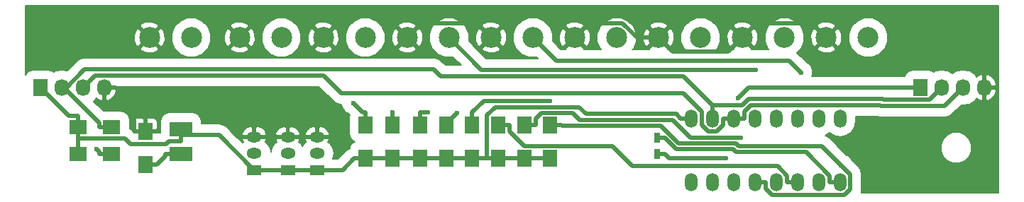
<source format=gbr>
G04 #@! TF.FileFunction,Copper,L1,Top,Signal*
%FSLAX46Y46*%
G04 Gerber Fmt 4.6, Leading zero omitted, Abs format (unit mm)*
G04 Created by KiCad (PCBNEW 4.0.4-stable) date 04/04/17 13:48:34*
%MOMM*%
%LPD*%
G01*
G04 APERTURE LIST*
%ADD10C,0.100000*%
%ADD11O,1.501140X2.199640*%
%ADD12R,1.800000X1.300000*%
%ADD13O,1.800000X1.300000*%
%ADD14R,2.000000X1.700000*%
%ADD15R,1.700000X2.000000*%
%ADD16R,1.727200X2.032000*%
%ADD17O,1.727200X2.032000*%
%ADD18C,2.500000*%
%ADD19R,0.750000X1.200000*%
%ADD20R,2.697480X1.795780*%
%ADD21C,0.600000*%
%ADD22C,0.500000*%
%ADD23C,0.200000*%
G04 APERTURE END LIST*
D10*
D11*
X162110000Y-74810000D03*
X164650000Y-74810000D03*
X167190000Y-74810000D03*
X169730000Y-74810000D03*
X172270000Y-74810000D03*
X174810000Y-74810000D03*
X177350000Y-74810000D03*
X179890000Y-74810000D03*
X179890000Y-67190000D03*
X177350000Y-67190000D03*
X174810000Y-67190000D03*
X172270000Y-67190000D03*
X169730000Y-67190000D03*
X167190000Y-67190000D03*
X164650000Y-67190000D03*
X162110000Y-67190000D03*
D12*
X110000000Y-73400000D03*
D13*
X110000000Y-71400000D03*
X110000000Y-69400000D03*
D12*
X117500000Y-73400000D03*
D13*
X117500000Y-71400000D03*
X117500000Y-69400000D03*
D12*
X114000000Y-73400000D03*
D13*
X114000000Y-71400000D03*
X114000000Y-69400000D03*
D14*
X89000000Y-68250000D03*
X93000000Y-68250000D03*
X89000000Y-71500000D03*
X93000000Y-71500000D03*
D15*
X123300000Y-68000000D03*
X123300000Y-72000000D03*
X126500000Y-68000000D03*
X126500000Y-72000000D03*
X129800000Y-68000000D03*
X129800000Y-72000000D03*
X132900000Y-68000000D03*
X132900000Y-72000000D03*
X136000000Y-68000000D03*
X136000000Y-72000000D03*
X139100000Y-68000000D03*
X139100000Y-72000000D03*
X142200000Y-68000000D03*
X142200000Y-72000000D03*
X145300000Y-68000000D03*
X145300000Y-72000000D03*
D16*
X189500000Y-63500000D03*
D17*
X192040000Y-63500000D03*
X194580000Y-63500000D03*
X197120000Y-63500000D03*
D16*
X84500000Y-63500000D03*
D17*
X87040000Y-63500000D03*
X89580000Y-63500000D03*
X92120000Y-63500000D03*
D18*
X108250000Y-57500000D03*
X113250000Y-57500000D03*
X118250000Y-57500000D03*
X123250000Y-57500000D03*
X128250000Y-57500000D03*
X133250000Y-57500000D03*
X138250000Y-57500000D03*
X143250000Y-57500000D03*
X148250000Y-57500000D03*
X153250000Y-57500000D03*
X158250000Y-57500000D03*
X163250000Y-57500000D03*
X168250000Y-57500000D03*
X173250000Y-57500000D03*
X183250000Y-57500000D03*
X178250000Y-57500000D03*
D19*
X158100000Y-71450000D03*
X158100000Y-69550000D03*
D18*
X102500000Y-57500000D03*
X97500000Y-57500000D03*
D20*
X101250000Y-71498600D03*
X101250000Y-68501400D03*
D15*
X97000000Y-72750000D03*
X97000000Y-68750000D03*
D21*
X167678500Y-64799600D03*
X166287400Y-71945000D03*
X91151300Y-70827700D03*
X180036800Y-72830000D03*
X168043000Y-69501000D03*
X145252000Y-65066400D03*
X175226800Y-61686300D03*
X134223600Y-66526400D03*
X130692100Y-66432900D03*
X169860600Y-61351300D03*
X126500000Y-66480500D03*
X121804300Y-65351900D03*
D22*
X179890000Y-74810000D02*
X178639400Y-74810000D01*
X117500000Y-69400000D02*
X114000000Y-69400000D01*
X114000000Y-69400000D02*
X110000000Y-69400000D01*
X158100000Y-69550000D02*
X158975000Y-69550000D01*
X95650000Y-65666400D02*
X95650000Y-68750000D01*
X93483600Y-63500000D02*
X95650000Y-65666400D01*
X92120000Y-63500000D02*
X93483600Y-63500000D01*
X97000000Y-68750000D02*
X95650000Y-68750000D01*
X160317900Y-70892900D02*
X158975000Y-69550000D01*
X167142600Y-70892900D02*
X160317900Y-70892900D01*
X167480800Y-71231100D02*
X167142600Y-70892900D01*
X175819600Y-71231100D02*
X167480800Y-71231100D01*
X178639400Y-74050900D02*
X175819600Y-71231100D01*
X178639400Y-74810000D02*
X178639400Y-74050900D01*
X176547100Y-55797100D02*
X178250000Y-57500000D01*
X169952900Y-55797100D02*
X176547100Y-55797100D01*
X168250000Y-57500000D02*
X169952900Y-55797100D01*
X166549700Y-59200300D02*
X168250000Y-57500000D01*
X159950300Y-59200300D02*
X166549700Y-59200300D01*
X158250000Y-57500000D02*
X159950300Y-59200300D01*
X149950300Y-55799700D02*
X148250000Y-57500000D01*
X153954400Y-55799700D02*
X149950300Y-55799700D01*
X155654600Y-57499900D02*
X153954400Y-55799700D01*
X155654600Y-57500000D02*
X155654600Y-57499900D01*
X158250000Y-57500000D02*
X155654600Y-57500000D01*
X136549600Y-55799600D02*
X138250000Y-57500000D01*
X129950400Y-55799600D02*
X136549600Y-55799600D01*
X128250000Y-57500000D02*
X129950400Y-55799600D01*
X94562900Y-69600000D02*
X89000000Y-69600000D01*
X95250300Y-70287400D02*
X94562900Y-69600000D01*
X99464000Y-70287400D02*
X95250300Y-70287400D01*
X99852100Y-69899300D02*
X99464000Y-70287400D01*
X101250000Y-69899300D02*
X99852100Y-69899300D01*
X89000000Y-68250000D02*
X89000000Y-69600000D01*
X87900000Y-66900000D02*
X89000000Y-66900000D01*
X84500000Y-63500000D02*
X87900000Y-66900000D01*
X89000000Y-68250000D02*
X89000000Y-66900000D01*
X142200000Y-72000000D02*
X139100000Y-72000000D01*
X136000000Y-72000000D02*
X132900000Y-72000000D01*
X132900000Y-72000000D02*
X129800000Y-72000000D01*
X129800000Y-72000000D02*
X126500000Y-72000000D01*
X117500000Y-73400000D02*
X118900000Y-73400000D01*
X126500000Y-72000000D02*
X123300000Y-72000000D01*
X120550000Y-73400000D02*
X118900000Y-73400000D01*
X121950000Y-72000000D02*
X120550000Y-73400000D01*
X123300000Y-72000000D02*
X121950000Y-72000000D01*
X89000000Y-71500000D02*
X89000000Y-69600000D01*
X101250000Y-68501400D02*
X101250000Y-69200300D01*
X101250000Y-69200300D02*
X101250000Y-69899300D01*
X105800300Y-69200300D02*
X110000000Y-73400000D01*
X101250000Y-69200300D02*
X105800300Y-69200300D01*
X110000000Y-73400000D02*
X111400000Y-73400000D01*
X162110000Y-67190000D02*
X160859400Y-67190000D01*
X139100000Y-72000000D02*
X137779000Y-72000000D01*
X137779000Y-72000000D02*
X136000000Y-72000000D01*
X111400000Y-73400000D02*
X114000000Y-73400000D01*
X114000000Y-73400000D02*
X117500000Y-73400000D01*
X142200000Y-72000000D02*
X145300000Y-72000000D01*
X189500000Y-63500000D02*
X188136400Y-63500000D01*
X160341700Y-66672300D02*
X160859400Y-67190000D01*
X149592200Y-66672300D02*
X160341700Y-66672300D01*
X148758200Y-65838300D02*
X149592200Y-66672300D01*
X138771200Y-65838300D02*
X148758200Y-65838300D01*
X137779000Y-66830500D02*
X138771200Y-65838300D01*
X137779000Y-72000000D02*
X137779000Y-66830500D01*
X159470000Y-71945000D02*
X158975000Y-71450000D01*
X166287400Y-71945000D02*
X159470000Y-71945000D01*
X158100000Y-71450000D02*
X158975000Y-71450000D01*
X168978100Y-63500000D02*
X167678500Y-64799600D01*
X188136400Y-63500000D02*
X168978100Y-63500000D01*
X93000000Y-68250000D02*
X91500000Y-68250000D01*
X164650000Y-67190000D02*
X164650000Y-65590100D01*
X161237900Y-62178000D02*
X164650000Y-65590100D01*
X132276400Y-62178000D02*
X161237900Y-62178000D01*
X131378000Y-61279600D02*
X132276400Y-62178000D01*
X89779300Y-61279600D02*
X131378000Y-61279600D01*
X87427600Y-63631300D02*
X89779300Y-61279600D01*
X87296200Y-63500000D02*
X87427600Y-63631300D01*
X87040000Y-63500000D02*
X87296200Y-63500000D01*
X91500000Y-67703800D02*
X91500000Y-68250000D01*
X87427600Y-63631300D02*
X91500000Y-67703800D01*
X168268400Y-65590100D02*
X164650000Y-65590100D01*
X168974100Y-64884400D02*
X168268400Y-65590100D01*
X185006700Y-64884400D02*
X168974100Y-64884400D01*
X185088700Y-64966400D02*
X185006700Y-64884400D01*
X190573600Y-64966400D02*
X185088700Y-64966400D01*
X192040000Y-63500000D02*
X190573600Y-64966400D01*
X167190000Y-67190000D02*
X168440600Y-67190000D01*
X167190000Y-67190000D02*
X165939400Y-67190000D01*
X91500000Y-71176400D02*
X91500000Y-71500000D01*
X91151300Y-70827700D02*
X91500000Y-71176400D01*
X93000000Y-71500000D02*
X91500000Y-71500000D01*
X165939400Y-67949100D02*
X165939400Y-67190000D01*
X165137900Y-68750600D02*
X165939400Y-67949100D01*
X164147600Y-68750600D02*
X165137900Y-68750600D01*
X163380000Y-67983000D02*
X164147600Y-68750600D01*
X163380000Y-66391400D02*
X163380000Y-67983000D01*
X161181600Y-64193000D02*
X163380000Y-66391400D01*
X120413500Y-64193000D02*
X161181600Y-64193000D01*
X118247800Y-62027300D02*
X120413500Y-64193000D01*
X91052700Y-62027300D02*
X118247800Y-62027300D01*
X89580000Y-63500000D02*
X91052700Y-62027300D01*
X192367000Y-65713000D02*
X194580000Y-63500000D01*
X184732600Y-65713000D02*
X192367000Y-65713000D01*
X184620500Y-65600900D02*
X184732600Y-65713000D01*
X169248100Y-65600900D02*
X184620500Y-65600900D01*
X168440600Y-66408400D02*
X169248100Y-65600900D01*
X168440600Y-67190000D02*
X168440600Y-66408400D01*
X145300000Y-68000000D02*
X146650000Y-68000000D01*
X169730000Y-74810000D02*
X170980600Y-74810000D01*
X181129700Y-73922900D02*
X180036800Y-72830000D01*
X181129700Y-75718900D02*
X181129700Y-73922900D01*
X180460500Y-76388100D02*
X181129700Y-75718900D01*
X171799600Y-76388100D02*
X180460500Y-76388100D01*
X170980600Y-75569100D02*
X171799600Y-76388100D01*
X170980600Y-74810000D02*
X170980600Y-75569100D01*
X146723100Y-68073100D02*
X146650000Y-68000000D01*
X158488600Y-68073100D02*
X146723100Y-68073100D01*
X160608100Y-70192600D02*
X158488600Y-68073100D01*
X167432800Y-70192600D02*
X160608100Y-70192600D01*
X167771000Y-70530800D02*
X167432800Y-70192600D01*
X177737600Y-70530800D02*
X167771000Y-70530800D01*
X180036800Y-72830000D02*
X177737600Y-70530800D01*
X142200000Y-68000000D02*
X143550000Y-68000000D01*
X143550000Y-67240600D02*
X143550000Y-68000000D01*
X144241000Y-66549600D02*
X143550000Y-67240600D01*
X147983800Y-66549600D02*
X144241000Y-66549600D01*
X148806900Y-67372700D02*
X147983800Y-66549600D01*
X159921200Y-67372700D02*
X148806900Y-67372700D01*
X162040800Y-69492300D02*
X159921200Y-67372700D01*
X168034300Y-69492300D02*
X162040800Y-69492300D01*
X168043000Y-69501000D02*
X168034300Y-69492300D01*
X139100000Y-68000000D02*
X140450000Y-68000000D01*
X174810000Y-74810000D02*
X173559400Y-74810000D01*
X173559400Y-74050900D02*
X173559400Y-74810000D01*
X172425800Y-72917300D02*
X173559400Y-74050900D01*
X155117000Y-72917300D02*
X172425800Y-72917300D01*
X152749400Y-70549700D02*
X155117000Y-72917300D01*
X142240300Y-70549700D02*
X152749400Y-70549700D01*
X140450000Y-68759400D02*
X142240300Y-70549700D01*
X140450000Y-68000000D02*
X140450000Y-68759400D01*
X137433600Y-65066400D02*
X145252000Y-65066400D01*
X136000000Y-66500000D02*
X137433600Y-65066400D01*
X136000000Y-68000000D02*
X136000000Y-66500000D01*
X173819700Y-60279200D02*
X175226800Y-61686300D01*
X146029200Y-60279200D02*
X173819700Y-60279200D01*
X143250000Y-57500000D02*
X146029200Y-60279200D01*
X132900000Y-67850000D02*
X134223600Y-66526400D01*
X132900000Y-68000000D02*
X132900000Y-67850000D01*
X129800000Y-68000000D02*
X129800000Y-66500000D01*
X130625000Y-66500000D02*
X130692100Y-66432900D01*
X129800000Y-66500000D02*
X130625000Y-66500000D01*
X137101300Y-61351300D02*
X169860600Y-61351300D01*
X133250000Y-57500000D02*
X137101300Y-61351300D01*
X126500000Y-66480500D02*
X126500000Y-68000000D01*
X122952400Y-66500000D02*
X123300000Y-66500000D01*
X121804300Y-65351900D02*
X122952400Y-66500000D01*
X123300000Y-68000000D02*
X123300000Y-66500000D01*
X99401300Y-71698700D02*
X98350000Y-72750000D01*
X99401300Y-71498600D02*
X99401300Y-71698700D01*
X97000000Y-72750000D02*
X98350000Y-72750000D01*
X101250000Y-71498600D02*
X99401300Y-71498600D01*
D23*
G36*
X198825000Y-76075000D02*
X182408868Y-76075000D01*
X182479700Y-75718900D01*
X182479700Y-73922900D01*
X182376937Y-73406277D01*
X182084294Y-72968306D01*
X181273903Y-72157915D01*
X181224355Y-72038000D01*
X180830872Y-71643830D01*
X180709363Y-71593375D01*
X180204361Y-71088373D01*
X191899679Y-71088373D01*
X192180732Y-71768572D01*
X192700691Y-72289439D01*
X193380398Y-72571679D01*
X194116373Y-72572321D01*
X194796572Y-72291268D01*
X195317439Y-71771309D01*
X195599679Y-71091602D01*
X195600321Y-70355627D01*
X195319268Y-69675428D01*
X194799309Y-69154561D01*
X194119602Y-68872321D01*
X193383627Y-68871679D01*
X192703428Y-69152732D01*
X192182561Y-69672691D01*
X191900321Y-70352398D01*
X191899679Y-71088373D01*
X180204361Y-71088373D01*
X178692194Y-69576206D01*
X178579640Y-69501000D01*
X178254223Y-69283563D01*
X178112943Y-69255461D01*
X178620000Y-68916657D01*
X179181818Y-69292051D01*
X179890000Y-69432917D01*
X180598182Y-69292051D01*
X181198551Y-68890898D01*
X181599704Y-68290529D01*
X181740570Y-67582347D01*
X181740570Y-66950900D01*
X184202003Y-66950900D01*
X184215977Y-66960237D01*
X184732600Y-67063000D01*
X192367000Y-67063000D01*
X192883623Y-66960237D01*
X193321594Y-66667594D01*
X194372923Y-65616265D01*
X194580000Y-65657455D01*
X195331437Y-65507985D01*
X195968475Y-65082330D01*
X196181694Y-64763226D01*
X196256359Y-64843822D01*
X196738951Y-65073811D01*
X196966000Y-64962983D01*
X196966000Y-63654000D01*
X197274000Y-63654000D01*
X197274000Y-64962983D01*
X197501049Y-65073811D01*
X197983641Y-64843822D01*
X198373838Y-64422629D01*
X198573149Y-63884176D01*
X198439516Y-63654000D01*
X197274000Y-63654000D01*
X196966000Y-63654000D01*
X196946000Y-63654000D01*
X196946000Y-63346000D01*
X196966000Y-63346000D01*
X196966000Y-62037017D01*
X197274000Y-62037017D01*
X197274000Y-63346000D01*
X198439516Y-63346000D01*
X198573149Y-63115824D01*
X198373838Y-62577371D01*
X197983641Y-62156178D01*
X197501049Y-61926189D01*
X197274000Y-62037017D01*
X196966000Y-62037017D01*
X196738951Y-61926189D01*
X196256359Y-62156178D01*
X196181694Y-62236774D01*
X195968475Y-61917670D01*
X195331437Y-61492015D01*
X194580000Y-61342545D01*
X193828563Y-61492015D01*
X193310000Y-61838508D01*
X192791437Y-61492015D01*
X192040000Y-61342545D01*
X191288563Y-61492015D01*
X191072014Y-61636708D01*
X190799946Y-61450812D01*
X190363600Y-61362450D01*
X188636400Y-61362450D01*
X188228764Y-61439152D01*
X187854376Y-61680064D01*
X187603212Y-62047654D01*
X187582486Y-62150000D01*
X176550153Y-62150000D01*
X176626557Y-61965999D01*
X176627043Y-61409044D01*
X176414355Y-60894300D01*
X176020872Y-60500130D01*
X175899363Y-60449675D01*
X174774294Y-59324606D01*
X174758850Y-59314287D01*
X175237835Y-58836136D01*
X177131653Y-58836136D01*
X177264774Y-59118048D01*
X177958970Y-59371911D01*
X178697473Y-59340793D01*
X179235226Y-59118048D01*
X179368347Y-58836136D01*
X178250000Y-57717789D01*
X177131653Y-58836136D01*
X175237835Y-58836136D01*
X175241071Y-58832906D01*
X175599591Y-57969495D01*
X175600254Y-57208970D01*
X176378089Y-57208970D01*
X176409207Y-57947473D01*
X176631952Y-58485226D01*
X176913864Y-58618347D01*
X178032211Y-57500000D01*
X178467789Y-57500000D01*
X179586136Y-58618347D01*
X179868048Y-58485226D01*
X180058147Y-57965393D01*
X180899593Y-57965393D01*
X181256605Y-58829429D01*
X181917094Y-59491071D01*
X182780505Y-59849591D01*
X183715393Y-59850407D01*
X184579429Y-59493395D01*
X185241071Y-58832906D01*
X185599591Y-57969495D01*
X185600407Y-57034607D01*
X185243395Y-56170571D01*
X184582906Y-55508929D01*
X183719495Y-55150409D01*
X182784607Y-55149593D01*
X181920571Y-55506605D01*
X181258929Y-56167094D01*
X180900409Y-57030505D01*
X180899593Y-57965393D01*
X180058147Y-57965393D01*
X180121911Y-57791030D01*
X180090793Y-57052527D01*
X179868048Y-56514774D01*
X179586136Y-56381653D01*
X178467789Y-57500000D01*
X178032211Y-57500000D01*
X176913864Y-56381653D01*
X176631952Y-56514774D01*
X176378089Y-57208970D01*
X175600254Y-57208970D01*
X175600407Y-57034607D01*
X175243395Y-56170571D01*
X175236700Y-56163864D01*
X177131653Y-56163864D01*
X178250000Y-57282211D01*
X179368347Y-56163864D01*
X179235226Y-55881952D01*
X178541030Y-55628089D01*
X177802527Y-55659207D01*
X177264774Y-55881952D01*
X177131653Y-56163864D01*
X175236700Y-56163864D01*
X174582906Y-55508929D01*
X173719495Y-55150409D01*
X172784607Y-55149593D01*
X171920571Y-55506605D01*
X171258929Y-56167094D01*
X170900409Y-57030505D01*
X170899593Y-57965393D01*
X171256605Y-58829429D01*
X171356202Y-58929200D01*
X169324401Y-58929200D01*
X169368347Y-58836136D01*
X168250000Y-57717789D01*
X167131653Y-58836136D01*
X167175599Y-58929200D01*
X165144609Y-58929200D01*
X165241071Y-58832906D01*
X165599591Y-57969495D01*
X165600254Y-57208970D01*
X166378089Y-57208970D01*
X166409207Y-57947473D01*
X166631952Y-58485226D01*
X166913864Y-58618347D01*
X168032211Y-57500000D01*
X168467789Y-57500000D01*
X169586136Y-58618347D01*
X169868048Y-58485226D01*
X170121911Y-57791030D01*
X170090793Y-57052527D01*
X169868048Y-56514774D01*
X169586136Y-56381653D01*
X168467789Y-57500000D01*
X168032211Y-57500000D01*
X166913864Y-56381653D01*
X166631952Y-56514774D01*
X166378089Y-57208970D01*
X165600254Y-57208970D01*
X165600407Y-57034607D01*
X165243395Y-56170571D01*
X165236700Y-56163864D01*
X167131653Y-56163864D01*
X168250000Y-57282211D01*
X169368347Y-56163864D01*
X169235226Y-55881952D01*
X168541030Y-55628089D01*
X167802527Y-55659207D01*
X167264774Y-55881952D01*
X167131653Y-56163864D01*
X165236700Y-56163864D01*
X164582906Y-55508929D01*
X163719495Y-55150409D01*
X162784607Y-55149593D01*
X161920571Y-55506605D01*
X161258929Y-56167094D01*
X160900409Y-57030505D01*
X160899593Y-57965393D01*
X161256605Y-58829429D01*
X161356202Y-58929200D01*
X159324401Y-58929200D01*
X159368347Y-58836136D01*
X158250000Y-57717789D01*
X157131653Y-58836136D01*
X157175599Y-58929200D01*
X155144609Y-58929200D01*
X155241071Y-58832906D01*
X155599591Y-57969495D01*
X155600254Y-57208970D01*
X156378089Y-57208970D01*
X156409207Y-57947473D01*
X156631952Y-58485226D01*
X156913864Y-58618347D01*
X158032211Y-57500000D01*
X158467789Y-57500000D01*
X159586136Y-58618347D01*
X159868048Y-58485226D01*
X160121911Y-57791030D01*
X160090793Y-57052527D01*
X159868048Y-56514774D01*
X159586136Y-56381653D01*
X158467789Y-57500000D01*
X158032211Y-57500000D01*
X156913864Y-56381653D01*
X156631952Y-56514774D01*
X156378089Y-57208970D01*
X155600254Y-57208970D01*
X155600407Y-57034607D01*
X155243395Y-56170571D01*
X155236700Y-56163864D01*
X157131653Y-56163864D01*
X158250000Y-57282211D01*
X159368347Y-56163864D01*
X159235226Y-55881952D01*
X158541030Y-55628089D01*
X157802527Y-55659207D01*
X157264774Y-55881952D01*
X157131653Y-56163864D01*
X155236700Y-56163864D01*
X154582906Y-55508929D01*
X153719495Y-55150409D01*
X152784607Y-55149593D01*
X151920571Y-55506605D01*
X151258929Y-56167094D01*
X150900409Y-57030505D01*
X150899593Y-57965393D01*
X151256605Y-58829429D01*
X151356202Y-58929200D01*
X149324401Y-58929200D01*
X149368347Y-58836136D01*
X148250000Y-57717789D01*
X147131653Y-58836136D01*
X147175599Y-58929200D01*
X146588388Y-58929200D01*
X145599616Y-57940428D01*
X145600254Y-57208970D01*
X146378089Y-57208970D01*
X146409207Y-57947473D01*
X146631952Y-58485226D01*
X146913864Y-58618347D01*
X148032211Y-57500000D01*
X148467789Y-57500000D01*
X149586136Y-58618347D01*
X149868048Y-58485226D01*
X150121911Y-57791030D01*
X150090793Y-57052527D01*
X149868048Y-56514774D01*
X149586136Y-56381653D01*
X148467789Y-57500000D01*
X148032211Y-57500000D01*
X146913864Y-56381653D01*
X146631952Y-56514774D01*
X146378089Y-57208970D01*
X145600254Y-57208970D01*
X145600407Y-57034607D01*
X145243395Y-56170571D01*
X145236700Y-56163864D01*
X147131653Y-56163864D01*
X148250000Y-57282211D01*
X149368347Y-56163864D01*
X149235226Y-55881952D01*
X148541030Y-55628089D01*
X147802527Y-55659207D01*
X147264774Y-55881952D01*
X147131653Y-56163864D01*
X145236700Y-56163864D01*
X144582906Y-55508929D01*
X143719495Y-55150409D01*
X142784607Y-55149593D01*
X141920571Y-55506605D01*
X141258929Y-56167094D01*
X140900409Y-57030505D01*
X140899593Y-57965393D01*
X141256605Y-58829429D01*
X141917094Y-59491071D01*
X142780505Y-59849591D01*
X143691198Y-59850386D01*
X143842112Y-60001300D01*
X137660488Y-60001300D01*
X136495324Y-58836136D01*
X137131653Y-58836136D01*
X137264774Y-59118048D01*
X137958970Y-59371911D01*
X138697473Y-59340793D01*
X139235226Y-59118048D01*
X139368347Y-58836136D01*
X138250000Y-57717789D01*
X137131653Y-58836136D01*
X136495324Y-58836136D01*
X135599616Y-57940428D01*
X135600254Y-57208970D01*
X136378089Y-57208970D01*
X136409207Y-57947473D01*
X136631952Y-58485226D01*
X136913864Y-58618347D01*
X138032211Y-57500000D01*
X138467789Y-57500000D01*
X139586136Y-58618347D01*
X139868048Y-58485226D01*
X140121911Y-57791030D01*
X140090793Y-57052527D01*
X139868048Y-56514774D01*
X139586136Y-56381653D01*
X138467789Y-57500000D01*
X138032211Y-57500000D01*
X136913864Y-56381653D01*
X136631952Y-56514774D01*
X136378089Y-57208970D01*
X135600254Y-57208970D01*
X135600407Y-57034607D01*
X135243395Y-56170571D01*
X135236700Y-56163864D01*
X137131653Y-56163864D01*
X138250000Y-57282211D01*
X139368347Y-56163864D01*
X139235226Y-55881952D01*
X138541030Y-55628089D01*
X137802527Y-55659207D01*
X137264774Y-55881952D01*
X137131653Y-56163864D01*
X135236700Y-56163864D01*
X134582906Y-55508929D01*
X133719495Y-55150409D01*
X132784607Y-55149593D01*
X131920571Y-55506605D01*
X131258929Y-56167094D01*
X130900409Y-57030505D01*
X130899593Y-57965393D01*
X131256605Y-58829429D01*
X131917094Y-59491071D01*
X132780505Y-59849591D01*
X133691198Y-59850386D01*
X134668812Y-60828000D01*
X132835588Y-60828000D01*
X132332594Y-60325006D01*
X132274303Y-60286057D01*
X131894623Y-60032363D01*
X131378000Y-59929600D01*
X89779300Y-59929600D01*
X89262677Y-60032363D01*
X88882997Y-60286057D01*
X88824706Y-60325006D01*
X87679886Y-61469826D01*
X87040000Y-61342545D01*
X86288563Y-61492015D01*
X86072014Y-61636708D01*
X85799946Y-61450812D01*
X85363600Y-61362450D01*
X83636400Y-61362450D01*
X83228764Y-61439152D01*
X82854376Y-61680064D01*
X82675000Y-61942589D01*
X82675000Y-58836136D01*
X96381653Y-58836136D01*
X96514774Y-59118048D01*
X97208970Y-59371911D01*
X97947473Y-59340793D01*
X98485226Y-59118048D01*
X98618347Y-58836136D01*
X97500000Y-57717789D01*
X96381653Y-58836136D01*
X82675000Y-58836136D01*
X82675000Y-57208970D01*
X95628089Y-57208970D01*
X95659207Y-57947473D01*
X95881952Y-58485226D01*
X96163864Y-58618347D01*
X97282211Y-57500000D01*
X97717789Y-57500000D01*
X98836136Y-58618347D01*
X99118048Y-58485226D01*
X99308147Y-57965393D01*
X100149593Y-57965393D01*
X100506605Y-58829429D01*
X101167094Y-59491071D01*
X102030505Y-59849591D01*
X102965393Y-59850407D01*
X103829429Y-59493395D01*
X104487835Y-58836136D01*
X107131653Y-58836136D01*
X107264774Y-59118048D01*
X107958970Y-59371911D01*
X108697473Y-59340793D01*
X109235226Y-59118048D01*
X109368347Y-58836136D01*
X108250000Y-57717789D01*
X107131653Y-58836136D01*
X104487835Y-58836136D01*
X104491071Y-58832906D01*
X104849591Y-57969495D01*
X104850254Y-57208970D01*
X106378089Y-57208970D01*
X106409207Y-57947473D01*
X106631952Y-58485226D01*
X106913864Y-58618347D01*
X108032211Y-57500000D01*
X108467789Y-57500000D01*
X109586136Y-58618347D01*
X109868048Y-58485226D01*
X110058147Y-57965393D01*
X110899593Y-57965393D01*
X111256605Y-58829429D01*
X111917094Y-59491071D01*
X112780505Y-59849591D01*
X113715393Y-59850407D01*
X114579429Y-59493395D01*
X115237835Y-58836136D01*
X117131653Y-58836136D01*
X117264774Y-59118048D01*
X117958970Y-59371911D01*
X118697473Y-59340793D01*
X119235226Y-59118048D01*
X119368347Y-58836136D01*
X118250000Y-57717789D01*
X117131653Y-58836136D01*
X115237835Y-58836136D01*
X115241071Y-58832906D01*
X115599591Y-57969495D01*
X115600254Y-57208970D01*
X116378089Y-57208970D01*
X116409207Y-57947473D01*
X116631952Y-58485226D01*
X116913864Y-58618347D01*
X118032211Y-57500000D01*
X118467789Y-57500000D01*
X119586136Y-58618347D01*
X119868048Y-58485226D01*
X120058147Y-57965393D01*
X120899593Y-57965393D01*
X121256605Y-58829429D01*
X121917094Y-59491071D01*
X122780505Y-59849591D01*
X123715393Y-59850407D01*
X124579429Y-59493395D01*
X125237835Y-58836136D01*
X127131653Y-58836136D01*
X127264774Y-59118048D01*
X127958970Y-59371911D01*
X128697473Y-59340793D01*
X129235226Y-59118048D01*
X129368347Y-58836136D01*
X128250000Y-57717789D01*
X127131653Y-58836136D01*
X125237835Y-58836136D01*
X125241071Y-58832906D01*
X125599591Y-57969495D01*
X125600254Y-57208970D01*
X126378089Y-57208970D01*
X126409207Y-57947473D01*
X126631952Y-58485226D01*
X126913864Y-58618347D01*
X128032211Y-57500000D01*
X128467789Y-57500000D01*
X129586136Y-58618347D01*
X129868048Y-58485226D01*
X130121911Y-57791030D01*
X130090793Y-57052527D01*
X129868048Y-56514774D01*
X129586136Y-56381653D01*
X128467789Y-57500000D01*
X128032211Y-57500000D01*
X126913864Y-56381653D01*
X126631952Y-56514774D01*
X126378089Y-57208970D01*
X125600254Y-57208970D01*
X125600407Y-57034607D01*
X125243395Y-56170571D01*
X125236700Y-56163864D01*
X127131653Y-56163864D01*
X128250000Y-57282211D01*
X129368347Y-56163864D01*
X129235226Y-55881952D01*
X128541030Y-55628089D01*
X127802527Y-55659207D01*
X127264774Y-55881952D01*
X127131653Y-56163864D01*
X125236700Y-56163864D01*
X124582906Y-55508929D01*
X123719495Y-55150409D01*
X122784607Y-55149593D01*
X121920571Y-55506605D01*
X121258929Y-56167094D01*
X120900409Y-57030505D01*
X120899593Y-57965393D01*
X120058147Y-57965393D01*
X120121911Y-57791030D01*
X120090793Y-57052527D01*
X119868048Y-56514774D01*
X119586136Y-56381653D01*
X118467789Y-57500000D01*
X118032211Y-57500000D01*
X116913864Y-56381653D01*
X116631952Y-56514774D01*
X116378089Y-57208970D01*
X115600254Y-57208970D01*
X115600407Y-57034607D01*
X115243395Y-56170571D01*
X115236700Y-56163864D01*
X117131653Y-56163864D01*
X118250000Y-57282211D01*
X119368347Y-56163864D01*
X119235226Y-55881952D01*
X118541030Y-55628089D01*
X117802527Y-55659207D01*
X117264774Y-55881952D01*
X117131653Y-56163864D01*
X115236700Y-56163864D01*
X114582906Y-55508929D01*
X113719495Y-55150409D01*
X112784607Y-55149593D01*
X111920571Y-55506605D01*
X111258929Y-56167094D01*
X110900409Y-57030505D01*
X110899593Y-57965393D01*
X110058147Y-57965393D01*
X110121911Y-57791030D01*
X110090793Y-57052527D01*
X109868048Y-56514774D01*
X109586136Y-56381653D01*
X108467789Y-57500000D01*
X108032211Y-57500000D01*
X106913864Y-56381653D01*
X106631952Y-56514774D01*
X106378089Y-57208970D01*
X104850254Y-57208970D01*
X104850407Y-57034607D01*
X104493395Y-56170571D01*
X104486700Y-56163864D01*
X107131653Y-56163864D01*
X108250000Y-57282211D01*
X109368347Y-56163864D01*
X109235226Y-55881952D01*
X108541030Y-55628089D01*
X107802527Y-55659207D01*
X107264774Y-55881952D01*
X107131653Y-56163864D01*
X104486700Y-56163864D01*
X103832906Y-55508929D01*
X102969495Y-55150409D01*
X102034607Y-55149593D01*
X101170571Y-55506605D01*
X100508929Y-56167094D01*
X100150409Y-57030505D01*
X100149593Y-57965393D01*
X99308147Y-57965393D01*
X99371911Y-57791030D01*
X99340793Y-57052527D01*
X99118048Y-56514774D01*
X98836136Y-56381653D01*
X97717789Y-57500000D01*
X97282211Y-57500000D01*
X96163864Y-56381653D01*
X95881952Y-56514774D01*
X95628089Y-57208970D01*
X82675000Y-57208970D01*
X82675000Y-56163864D01*
X96381653Y-56163864D01*
X97500000Y-57282211D01*
X98618347Y-56163864D01*
X98485226Y-55881952D01*
X97791030Y-55628089D01*
X97052527Y-55659207D01*
X96514774Y-55881952D01*
X96381653Y-56163864D01*
X82675000Y-56163864D01*
X82675000Y-53675000D01*
X198825000Y-53675000D01*
X198825000Y-76075000D01*
X198825000Y-76075000D01*
G37*
X198825000Y-76075000D02*
X182408868Y-76075000D01*
X182479700Y-75718900D01*
X182479700Y-73922900D01*
X182376937Y-73406277D01*
X182084294Y-72968306D01*
X181273903Y-72157915D01*
X181224355Y-72038000D01*
X180830872Y-71643830D01*
X180709363Y-71593375D01*
X180204361Y-71088373D01*
X191899679Y-71088373D01*
X192180732Y-71768572D01*
X192700691Y-72289439D01*
X193380398Y-72571679D01*
X194116373Y-72572321D01*
X194796572Y-72291268D01*
X195317439Y-71771309D01*
X195599679Y-71091602D01*
X195600321Y-70355627D01*
X195319268Y-69675428D01*
X194799309Y-69154561D01*
X194119602Y-68872321D01*
X193383627Y-68871679D01*
X192703428Y-69152732D01*
X192182561Y-69672691D01*
X191900321Y-70352398D01*
X191899679Y-71088373D01*
X180204361Y-71088373D01*
X178692194Y-69576206D01*
X178579640Y-69501000D01*
X178254223Y-69283563D01*
X178112943Y-69255461D01*
X178620000Y-68916657D01*
X179181818Y-69292051D01*
X179890000Y-69432917D01*
X180598182Y-69292051D01*
X181198551Y-68890898D01*
X181599704Y-68290529D01*
X181740570Y-67582347D01*
X181740570Y-66950900D01*
X184202003Y-66950900D01*
X184215977Y-66960237D01*
X184732600Y-67063000D01*
X192367000Y-67063000D01*
X192883623Y-66960237D01*
X193321594Y-66667594D01*
X194372923Y-65616265D01*
X194580000Y-65657455D01*
X195331437Y-65507985D01*
X195968475Y-65082330D01*
X196181694Y-64763226D01*
X196256359Y-64843822D01*
X196738951Y-65073811D01*
X196966000Y-64962983D01*
X196966000Y-63654000D01*
X197274000Y-63654000D01*
X197274000Y-64962983D01*
X197501049Y-65073811D01*
X197983641Y-64843822D01*
X198373838Y-64422629D01*
X198573149Y-63884176D01*
X198439516Y-63654000D01*
X197274000Y-63654000D01*
X196966000Y-63654000D01*
X196946000Y-63654000D01*
X196946000Y-63346000D01*
X196966000Y-63346000D01*
X196966000Y-62037017D01*
X197274000Y-62037017D01*
X197274000Y-63346000D01*
X198439516Y-63346000D01*
X198573149Y-63115824D01*
X198373838Y-62577371D01*
X197983641Y-62156178D01*
X197501049Y-61926189D01*
X197274000Y-62037017D01*
X196966000Y-62037017D01*
X196738951Y-61926189D01*
X196256359Y-62156178D01*
X196181694Y-62236774D01*
X195968475Y-61917670D01*
X195331437Y-61492015D01*
X194580000Y-61342545D01*
X193828563Y-61492015D01*
X193310000Y-61838508D01*
X192791437Y-61492015D01*
X192040000Y-61342545D01*
X191288563Y-61492015D01*
X191072014Y-61636708D01*
X190799946Y-61450812D01*
X190363600Y-61362450D01*
X188636400Y-61362450D01*
X188228764Y-61439152D01*
X187854376Y-61680064D01*
X187603212Y-62047654D01*
X187582486Y-62150000D01*
X176550153Y-62150000D01*
X176626557Y-61965999D01*
X176627043Y-61409044D01*
X176414355Y-60894300D01*
X176020872Y-60500130D01*
X175899363Y-60449675D01*
X174774294Y-59324606D01*
X174758850Y-59314287D01*
X175237835Y-58836136D01*
X177131653Y-58836136D01*
X177264774Y-59118048D01*
X177958970Y-59371911D01*
X178697473Y-59340793D01*
X179235226Y-59118048D01*
X179368347Y-58836136D01*
X178250000Y-57717789D01*
X177131653Y-58836136D01*
X175237835Y-58836136D01*
X175241071Y-58832906D01*
X175599591Y-57969495D01*
X175600254Y-57208970D01*
X176378089Y-57208970D01*
X176409207Y-57947473D01*
X176631952Y-58485226D01*
X176913864Y-58618347D01*
X178032211Y-57500000D01*
X178467789Y-57500000D01*
X179586136Y-58618347D01*
X179868048Y-58485226D01*
X180058147Y-57965393D01*
X180899593Y-57965393D01*
X181256605Y-58829429D01*
X181917094Y-59491071D01*
X182780505Y-59849591D01*
X183715393Y-59850407D01*
X184579429Y-59493395D01*
X185241071Y-58832906D01*
X185599591Y-57969495D01*
X185600407Y-57034607D01*
X185243395Y-56170571D01*
X184582906Y-55508929D01*
X183719495Y-55150409D01*
X182784607Y-55149593D01*
X181920571Y-55506605D01*
X181258929Y-56167094D01*
X180900409Y-57030505D01*
X180899593Y-57965393D01*
X180058147Y-57965393D01*
X180121911Y-57791030D01*
X180090793Y-57052527D01*
X179868048Y-56514774D01*
X179586136Y-56381653D01*
X178467789Y-57500000D01*
X178032211Y-57500000D01*
X176913864Y-56381653D01*
X176631952Y-56514774D01*
X176378089Y-57208970D01*
X175600254Y-57208970D01*
X175600407Y-57034607D01*
X175243395Y-56170571D01*
X175236700Y-56163864D01*
X177131653Y-56163864D01*
X178250000Y-57282211D01*
X179368347Y-56163864D01*
X179235226Y-55881952D01*
X178541030Y-55628089D01*
X177802527Y-55659207D01*
X177264774Y-55881952D01*
X177131653Y-56163864D01*
X175236700Y-56163864D01*
X174582906Y-55508929D01*
X173719495Y-55150409D01*
X172784607Y-55149593D01*
X171920571Y-55506605D01*
X171258929Y-56167094D01*
X170900409Y-57030505D01*
X170899593Y-57965393D01*
X171256605Y-58829429D01*
X171356202Y-58929200D01*
X169324401Y-58929200D01*
X169368347Y-58836136D01*
X168250000Y-57717789D01*
X167131653Y-58836136D01*
X167175599Y-58929200D01*
X165144609Y-58929200D01*
X165241071Y-58832906D01*
X165599591Y-57969495D01*
X165600254Y-57208970D01*
X166378089Y-57208970D01*
X166409207Y-57947473D01*
X166631952Y-58485226D01*
X166913864Y-58618347D01*
X168032211Y-57500000D01*
X168467789Y-57500000D01*
X169586136Y-58618347D01*
X169868048Y-58485226D01*
X170121911Y-57791030D01*
X170090793Y-57052527D01*
X169868048Y-56514774D01*
X169586136Y-56381653D01*
X168467789Y-57500000D01*
X168032211Y-57500000D01*
X166913864Y-56381653D01*
X166631952Y-56514774D01*
X166378089Y-57208970D01*
X165600254Y-57208970D01*
X165600407Y-57034607D01*
X165243395Y-56170571D01*
X165236700Y-56163864D01*
X167131653Y-56163864D01*
X168250000Y-57282211D01*
X169368347Y-56163864D01*
X169235226Y-55881952D01*
X168541030Y-55628089D01*
X167802527Y-55659207D01*
X167264774Y-55881952D01*
X167131653Y-56163864D01*
X165236700Y-56163864D01*
X164582906Y-55508929D01*
X163719495Y-55150409D01*
X162784607Y-55149593D01*
X161920571Y-55506605D01*
X161258929Y-56167094D01*
X160900409Y-57030505D01*
X160899593Y-57965393D01*
X161256605Y-58829429D01*
X161356202Y-58929200D01*
X159324401Y-58929200D01*
X159368347Y-58836136D01*
X158250000Y-57717789D01*
X157131653Y-58836136D01*
X157175599Y-58929200D01*
X155144609Y-58929200D01*
X155241071Y-58832906D01*
X155599591Y-57969495D01*
X155600254Y-57208970D01*
X156378089Y-57208970D01*
X156409207Y-57947473D01*
X156631952Y-58485226D01*
X156913864Y-58618347D01*
X158032211Y-57500000D01*
X158467789Y-57500000D01*
X159586136Y-58618347D01*
X159868048Y-58485226D01*
X160121911Y-57791030D01*
X160090793Y-57052527D01*
X159868048Y-56514774D01*
X159586136Y-56381653D01*
X158467789Y-57500000D01*
X158032211Y-57500000D01*
X156913864Y-56381653D01*
X156631952Y-56514774D01*
X156378089Y-57208970D01*
X155600254Y-57208970D01*
X155600407Y-57034607D01*
X155243395Y-56170571D01*
X155236700Y-56163864D01*
X157131653Y-56163864D01*
X158250000Y-57282211D01*
X159368347Y-56163864D01*
X159235226Y-55881952D01*
X158541030Y-55628089D01*
X157802527Y-55659207D01*
X157264774Y-55881952D01*
X157131653Y-56163864D01*
X155236700Y-56163864D01*
X154582906Y-55508929D01*
X153719495Y-55150409D01*
X152784607Y-55149593D01*
X151920571Y-55506605D01*
X151258929Y-56167094D01*
X150900409Y-57030505D01*
X150899593Y-57965393D01*
X151256605Y-58829429D01*
X151356202Y-58929200D01*
X149324401Y-58929200D01*
X149368347Y-58836136D01*
X148250000Y-57717789D01*
X147131653Y-58836136D01*
X147175599Y-58929200D01*
X146588388Y-58929200D01*
X145599616Y-57940428D01*
X145600254Y-57208970D01*
X146378089Y-57208970D01*
X146409207Y-57947473D01*
X146631952Y-58485226D01*
X146913864Y-58618347D01*
X148032211Y-57500000D01*
X148467789Y-57500000D01*
X149586136Y-58618347D01*
X149868048Y-58485226D01*
X150121911Y-57791030D01*
X150090793Y-57052527D01*
X149868048Y-56514774D01*
X149586136Y-56381653D01*
X148467789Y-57500000D01*
X148032211Y-57500000D01*
X146913864Y-56381653D01*
X146631952Y-56514774D01*
X146378089Y-57208970D01*
X145600254Y-57208970D01*
X145600407Y-57034607D01*
X145243395Y-56170571D01*
X145236700Y-56163864D01*
X147131653Y-56163864D01*
X148250000Y-57282211D01*
X149368347Y-56163864D01*
X149235226Y-55881952D01*
X148541030Y-55628089D01*
X147802527Y-55659207D01*
X147264774Y-55881952D01*
X147131653Y-56163864D01*
X145236700Y-56163864D01*
X144582906Y-55508929D01*
X143719495Y-55150409D01*
X142784607Y-55149593D01*
X141920571Y-55506605D01*
X141258929Y-56167094D01*
X140900409Y-57030505D01*
X140899593Y-57965393D01*
X141256605Y-58829429D01*
X141917094Y-59491071D01*
X142780505Y-59849591D01*
X143691198Y-59850386D01*
X143842112Y-60001300D01*
X137660488Y-60001300D01*
X136495324Y-58836136D01*
X137131653Y-58836136D01*
X137264774Y-59118048D01*
X137958970Y-59371911D01*
X138697473Y-59340793D01*
X139235226Y-59118048D01*
X139368347Y-58836136D01*
X138250000Y-57717789D01*
X137131653Y-58836136D01*
X136495324Y-58836136D01*
X135599616Y-57940428D01*
X135600254Y-57208970D01*
X136378089Y-57208970D01*
X136409207Y-57947473D01*
X136631952Y-58485226D01*
X136913864Y-58618347D01*
X138032211Y-57500000D01*
X138467789Y-57500000D01*
X139586136Y-58618347D01*
X139868048Y-58485226D01*
X140121911Y-57791030D01*
X140090793Y-57052527D01*
X139868048Y-56514774D01*
X139586136Y-56381653D01*
X138467789Y-57500000D01*
X138032211Y-57500000D01*
X136913864Y-56381653D01*
X136631952Y-56514774D01*
X136378089Y-57208970D01*
X135600254Y-57208970D01*
X135600407Y-57034607D01*
X135243395Y-56170571D01*
X135236700Y-56163864D01*
X137131653Y-56163864D01*
X138250000Y-57282211D01*
X139368347Y-56163864D01*
X139235226Y-55881952D01*
X138541030Y-55628089D01*
X137802527Y-55659207D01*
X137264774Y-55881952D01*
X137131653Y-56163864D01*
X135236700Y-56163864D01*
X134582906Y-55508929D01*
X133719495Y-55150409D01*
X132784607Y-55149593D01*
X131920571Y-55506605D01*
X131258929Y-56167094D01*
X130900409Y-57030505D01*
X130899593Y-57965393D01*
X131256605Y-58829429D01*
X131917094Y-59491071D01*
X132780505Y-59849591D01*
X133691198Y-59850386D01*
X134668812Y-60828000D01*
X132835588Y-60828000D01*
X132332594Y-60325006D01*
X132274303Y-60286057D01*
X131894623Y-60032363D01*
X131378000Y-59929600D01*
X89779300Y-59929600D01*
X89262677Y-60032363D01*
X88882997Y-60286057D01*
X88824706Y-60325006D01*
X87679886Y-61469826D01*
X87040000Y-61342545D01*
X86288563Y-61492015D01*
X86072014Y-61636708D01*
X85799946Y-61450812D01*
X85363600Y-61362450D01*
X83636400Y-61362450D01*
X83228764Y-61439152D01*
X82854376Y-61680064D01*
X82675000Y-61942589D01*
X82675000Y-58836136D01*
X96381653Y-58836136D01*
X96514774Y-59118048D01*
X97208970Y-59371911D01*
X97947473Y-59340793D01*
X98485226Y-59118048D01*
X98618347Y-58836136D01*
X97500000Y-57717789D01*
X96381653Y-58836136D01*
X82675000Y-58836136D01*
X82675000Y-57208970D01*
X95628089Y-57208970D01*
X95659207Y-57947473D01*
X95881952Y-58485226D01*
X96163864Y-58618347D01*
X97282211Y-57500000D01*
X97717789Y-57500000D01*
X98836136Y-58618347D01*
X99118048Y-58485226D01*
X99308147Y-57965393D01*
X100149593Y-57965393D01*
X100506605Y-58829429D01*
X101167094Y-59491071D01*
X102030505Y-59849591D01*
X102965393Y-59850407D01*
X103829429Y-59493395D01*
X104487835Y-58836136D01*
X107131653Y-58836136D01*
X107264774Y-59118048D01*
X107958970Y-59371911D01*
X108697473Y-59340793D01*
X109235226Y-59118048D01*
X109368347Y-58836136D01*
X108250000Y-57717789D01*
X107131653Y-58836136D01*
X104487835Y-58836136D01*
X104491071Y-58832906D01*
X104849591Y-57969495D01*
X104850254Y-57208970D01*
X106378089Y-57208970D01*
X106409207Y-57947473D01*
X106631952Y-58485226D01*
X106913864Y-58618347D01*
X108032211Y-57500000D01*
X108467789Y-57500000D01*
X109586136Y-58618347D01*
X109868048Y-58485226D01*
X110058147Y-57965393D01*
X110899593Y-57965393D01*
X111256605Y-58829429D01*
X111917094Y-59491071D01*
X112780505Y-59849591D01*
X113715393Y-59850407D01*
X114579429Y-59493395D01*
X115237835Y-58836136D01*
X117131653Y-58836136D01*
X117264774Y-59118048D01*
X117958970Y-59371911D01*
X118697473Y-59340793D01*
X119235226Y-59118048D01*
X119368347Y-58836136D01*
X118250000Y-57717789D01*
X117131653Y-58836136D01*
X115237835Y-58836136D01*
X115241071Y-58832906D01*
X115599591Y-57969495D01*
X115600254Y-57208970D01*
X116378089Y-57208970D01*
X116409207Y-57947473D01*
X116631952Y-58485226D01*
X116913864Y-58618347D01*
X118032211Y-57500000D01*
X118467789Y-57500000D01*
X119586136Y-58618347D01*
X119868048Y-58485226D01*
X120058147Y-57965393D01*
X120899593Y-57965393D01*
X121256605Y-58829429D01*
X121917094Y-59491071D01*
X122780505Y-59849591D01*
X123715393Y-59850407D01*
X124579429Y-59493395D01*
X125237835Y-58836136D01*
X127131653Y-58836136D01*
X127264774Y-59118048D01*
X127958970Y-59371911D01*
X128697473Y-59340793D01*
X129235226Y-59118048D01*
X129368347Y-58836136D01*
X128250000Y-57717789D01*
X127131653Y-58836136D01*
X125237835Y-58836136D01*
X125241071Y-58832906D01*
X125599591Y-57969495D01*
X125600254Y-57208970D01*
X126378089Y-57208970D01*
X126409207Y-57947473D01*
X126631952Y-58485226D01*
X126913864Y-58618347D01*
X128032211Y-57500000D01*
X128467789Y-57500000D01*
X129586136Y-58618347D01*
X129868048Y-58485226D01*
X130121911Y-57791030D01*
X130090793Y-57052527D01*
X129868048Y-56514774D01*
X129586136Y-56381653D01*
X128467789Y-57500000D01*
X128032211Y-57500000D01*
X126913864Y-56381653D01*
X126631952Y-56514774D01*
X126378089Y-57208970D01*
X125600254Y-57208970D01*
X125600407Y-57034607D01*
X125243395Y-56170571D01*
X125236700Y-56163864D01*
X127131653Y-56163864D01*
X128250000Y-57282211D01*
X129368347Y-56163864D01*
X129235226Y-55881952D01*
X128541030Y-55628089D01*
X127802527Y-55659207D01*
X127264774Y-55881952D01*
X127131653Y-56163864D01*
X125236700Y-56163864D01*
X124582906Y-55508929D01*
X123719495Y-55150409D01*
X122784607Y-55149593D01*
X121920571Y-55506605D01*
X121258929Y-56167094D01*
X120900409Y-57030505D01*
X120899593Y-57965393D01*
X120058147Y-57965393D01*
X120121911Y-57791030D01*
X120090793Y-57052527D01*
X119868048Y-56514774D01*
X119586136Y-56381653D01*
X118467789Y-57500000D01*
X118032211Y-57500000D01*
X116913864Y-56381653D01*
X116631952Y-56514774D01*
X116378089Y-57208970D01*
X115600254Y-57208970D01*
X115600407Y-57034607D01*
X115243395Y-56170571D01*
X115236700Y-56163864D01*
X117131653Y-56163864D01*
X118250000Y-57282211D01*
X119368347Y-56163864D01*
X119235226Y-55881952D01*
X118541030Y-55628089D01*
X117802527Y-55659207D01*
X117264774Y-55881952D01*
X117131653Y-56163864D01*
X115236700Y-56163864D01*
X114582906Y-55508929D01*
X113719495Y-55150409D01*
X112784607Y-55149593D01*
X111920571Y-55506605D01*
X111258929Y-56167094D01*
X110900409Y-57030505D01*
X110899593Y-57965393D01*
X110058147Y-57965393D01*
X110121911Y-57791030D01*
X110090793Y-57052527D01*
X109868048Y-56514774D01*
X109586136Y-56381653D01*
X108467789Y-57500000D01*
X108032211Y-57500000D01*
X106913864Y-56381653D01*
X106631952Y-56514774D01*
X106378089Y-57208970D01*
X104850254Y-57208970D01*
X104850407Y-57034607D01*
X104493395Y-56170571D01*
X104486700Y-56163864D01*
X107131653Y-56163864D01*
X108250000Y-57282211D01*
X109368347Y-56163864D01*
X109235226Y-55881952D01*
X108541030Y-55628089D01*
X107802527Y-55659207D01*
X107264774Y-55881952D01*
X107131653Y-56163864D01*
X104486700Y-56163864D01*
X103832906Y-55508929D01*
X102969495Y-55150409D01*
X102034607Y-55149593D01*
X101170571Y-55506605D01*
X100508929Y-56167094D01*
X100150409Y-57030505D01*
X100149593Y-57965393D01*
X99308147Y-57965393D01*
X99371911Y-57791030D01*
X99340793Y-57052527D01*
X99118048Y-56514774D01*
X98836136Y-56381653D01*
X97717789Y-57500000D01*
X97282211Y-57500000D01*
X96163864Y-56381653D01*
X95881952Y-56514774D01*
X95628089Y-57208970D01*
X82675000Y-57208970D01*
X82675000Y-56163864D01*
X96381653Y-56163864D01*
X97500000Y-57282211D01*
X98618347Y-56163864D01*
X98485226Y-55881952D01*
X97791030Y-55628089D01*
X97052527Y-55659207D01*
X96514774Y-55881952D01*
X96381653Y-56163864D01*
X82675000Y-56163864D01*
X82675000Y-53675000D01*
X198825000Y-53675000D01*
X198825000Y-76075000D01*
G36*
X119458906Y-65147594D02*
X119896877Y-65440237D01*
X120404134Y-65541137D01*
X120404057Y-65629156D01*
X120616745Y-66143900D01*
X121010228Y-66538070D01*
X121131737Y-66588525D01*
X121364616Y-66821404D01*
X121328450Y-67000000D01*
X121328450Y-69000000D01*
X121405152Y-69407636D01*
X121646064Y-69782024D01*
X121968761Y-70002514D01*
X121667976Y-70196064D01*
X121416812Y-70563654D01*
X121369932Y-70795156D01*
X121163068Y-70933378D01*
X120995406Y-71045406D01*
X119990812Y-72050000D01*
X119409889Y-72050000D01*
X119539182Y-71400000D01*
X119405971Y-70730304D01*
X119026619Y-70162563D01*
X118823744Y-70027007D01*
X118956523Y-69788389D01*
X118959076Y-69747418D01*
X118845226Y-69554000D01*
X117654000Y-69554000D01*
X117654000Y-69574000D01*
X117346000Y-69574000D01*
X117346000Y-69554000D01*
X116154774Y-69554000D01*
X116040924Y-69747418D01*
X116043477Y-69788389D01*
X116176256Y-70027007D01*
X115973381Y-70162563D01*
X115750000Y-70496877D01*
X115526619Y-70162563D01*
X115323744Y-70027007D01*
X115456523Y-69788389D01*
X115459076Y-69747418D01*
X115345226Y-69554000D01*
X114154000Y-69554000D01*
X114154000Y-69574000D01*
X113846000Y-69574000D01*
X113846000Y-69554000D01*
X112654774Y-69554000D01*
X112540924Y-69747418D01*
X112543477Y-69788389D01*
X112676256Y-70027007D01*
X112473381Y-70162563D01*
X112094029Y-70730304D01*
X112000000Y-71203019D01*
X111905971Y-70730304D01*
X111526619Y-70162563D01*
X111323744Y-70027007D01*
X111456523Y-69788389D01*
X111459076Y-69747418D01*
X111345226Y-69554000D01*
X110154000Y-69554000D01*
X110154000Y-69574000D01*
X109846000Y-69574000D01*
X109846000Y-69554000D01*
X108654774Y-69554000D01*
X108540924Y-69747418D01*
X108543477Y-69788389D01*
X108676256Y-70027007D01*
X108592295Y-70083107D01*
X107561770Y-69052582D01*
X108540924Y-69052582D01*
X108654774Y-69246000D01*
X109846000Y-69246000D01*
X109846000Y-68288146D01*
X110154000Y-68288146D01*
X110154000Y-69246000D01*
X111345226Y-69246000D01*
X111459076Y-69052582D01*
X112540924Y-69052582D01*
X112654774Y-69246000D01*
X113846000Y-69246000D01*
X113846000Y-68288146D01*
X114154000Y-68288146D01*
X114154000Y-69246000D01*
X115345226Y-69246000D01*
X115459076Y-69052582D01*
X116040924Y-69052582D01*
X116154774Y-69246000D01*
X117346000Y-69246000D01*
X117346000Y-68288146D01*
X117654000Y-68288146D01*
X117654000Y-69246000D01*
X118845226Y-69246000D01*
X118959076Y-69052582D01*
X118956523Y-69011611D01*
X118716052Y-68579459D01*
X118328508Y-68272227D01*
X117852892Y-68136688D01*
X117654000Y-68288146D01*
X117346000Y-68288146D01*
X117147108Y-68136688D01*
X116671492Y-68272227D01*
X116283948Y-68579459D01*
X116043477Y-69011611D01*
X116040924Y-69052582D01*
X115459076Y-69052582D01*
X115456523Y-69011611D01*
X115216052Y-68579459D01*
X114828508Y-68272227D01*
X114352892Y-68136688D01*
X114154000Y-68288146D01*
X113846000Y-68288146D01*
X113647108Y-68136688D01*
X113171492Y-68272227D01*
X112783948Y-68579459D01*
X112543477Y-69011611D01*
X112540924Y-69052582D01*
X111459076Y-69052582D01*
X111456523Y-69011611D01*
X111216052Y-68579459D01*
X110828508Y-68272227D01*
X110352892Y-68136688D01*
X110154000Y-68288146D01*
X109846000Y-68288146D01*
X109647108Y-68136688D01*
X109171492Y-68272227D01*
X108783948Y-68579459D01*
X108543477Y-69011611D01*
X108540924Y-69052582D01*
X107561770Y-69052582D01*
X106754894Y-68245706D01*
X106657306Y-68180500D01*
X106316923Y-67953063D01*
X105800300Y-67850300D01*
X103720290Y-67850300D01*
X103720290Y-67603510D01*
X103643588Y-67195874D01*
X103402676Y-66821486D01*
X103035086Y-66570322D01*
X102598740Y-66481960D01*
X99901260Y-66481960D01*
X99493624Y-66558662D01*
X99119236Y-66799574D01*
X98868072Y-67167164D01*
X98779710Y-67603510D01*
X98779710Y-68937400D01*
X98339400Y-68937400D01*
X98306000Y-68904000D01*
X97154000Y-68904000D01*
X97154000Y-68924000D01*
X96846000Y-68924000D01*
X96846000Y-68904000D01*
X96826000Y-68904000D01*
X96826000Y-68596000D01*
X96846000Y-68596000D01*
X96846000Y-67294000D01*
X97154000Y-67294000D01*
X97154000Y-68596000D01*
X98306000Y-68596000D01*
X98458000Y-68444000D01*
X98458000Y-67629061D01*
X98365437Y-67405595D01*
X98194404Y-67234562D01*
X97970938Y-67142000D01*
X97306000Y-67142000D01*
X97154000Y-67294000D01*
X96846000Y-67294000D01*
X96694000Y-67142000D01*
X96029062Y-67142000D01*
X95805596Y-67234562D01*
X95634563Y-67405595D01*
X95542000Y-67629061D01*
X95542000Y-68444000D01*
X95693998Y-68595998D01*
X95542000Y-68595998D01*
X95542000Y-68669912D01*
X95517494Y-68645406D01*
X95435471Y-68590600D01*
X95121550Y-68380845D01*
X95121550Y-67400000D01*
X95044848Y-66992364D01*
X94803936Y-66617976D01*
X94436346Y-66366812D01*
X94000000Y-66278450D01*
X92000000Y-66278450D01*
X91986407Y-66281008D01*
X90860143Y-65154715D01*
X90968475Y-65082330D01*
X91181694Y-64763226D01*
X91256359Y-64843822D01*
X91738951Y-65073811D01*
X91966000Y-64962983D01*
X91966000Y-63654000D01*
X92274000Y-63654000D01*
X92274000Y-64962983D01*
X92501049Y-65073811D01*
X92983641Y-64843822D01*
X93373838Y-64422629D01*
X93573149Y-63884176D01*
X93439516Y-63654000D01*
X92274000Y-63654000D01*
X91966000Y-63654000D01*
X91946000Y-63654000D01*
X91946000Y-63377300D01*
X117688612Y-63377300D01*
X119458906Y-65147594D01*
X119458906Y-65147594D01*
G37*
X119458906Y-65147594D02*
X119896877Y-65440237D01*
X120404134Y-65541137D01*
X120404057Y-65629156D01*
X120616745Y-66143900D01*
X121010228Y-66538070D01*
X121131737Y-66588525D01*
X121364616Y-66821404D01*
X121328450Y-67000000D01*
X121328450Y-69000000D01*
X121405152Y-69407636D01*
X121646064Y-69782024D01*
X121968761Y-70002514D01*
X121667976Y-70196064D01*
X121416812Y-70563654D01*
X121369932Y-70795156D01*
X121163068Y-70933378D01*
X120995406Y-71045406D01*
X119990812Y-72050000D01*
X119409889Y-72050000D01*
X119539182Y-71400000D01*
X119405971Y-70730304D01*
X119026619Y-70162563D01*
X118823744Y-70027007D01*
X118956523Y-69788389D01*
X118959076Y-69747418D01*
X118845226Y-69554000D01*
X117654000Y-69554000D01*
X117654000Y-69574000D01*
X117346000Y-69574000D01*
X117346000Y-69554000D01*
X116154774Y-69554000D01*
X116040924Y-69747418D01*
X116043477Y-69788389D01*
X116176256Y-70027007D01*
X115973381Y-70162563D01*
X115750000Y-70496877D01*
X115526619Y-70162563D01*
X115323744Y-70027007D01*
X115456523Y-69788389D01*
X115459076Y-69747418D01*
X115345226Y-69554000D01*
X114154000Y-69554000D01*
X114154000Y-69574000D01*
X113846000Y-69574000D01*
X113846000Y-69554000D01*
X112654774Y-69554000D01*
X112540924Y-69747418D01*
X112543477Y-69788389D01*
X112676256Y-70027007D01*
X112473381Y-70162563D01*
X112094029Y-70730304D01*
X112000000Y-71203019D01*
X111905971Y-70730304D01*
X111526619Y-70162563D01*
X111323744Y-70027007D01*
X111456523Y-69788389D01*
X111459076Y-69747418D01*
X111345226Y-69554000D01*
X110154000Y-69554000D01*
X110154000Y-69574000D01*
X109846000Y-69574000D01*
X109846000Y-69554000D01*
X108654774Y-69554000D01*
X108540924Y-69747418D01*
X108543477Y-69788389D01*
X108676256Y-70027007D01*
X108592295Y-70083107D01*
X107561770Y-69052582D01*
X108540924Y-69052582D01*
X108654774Y-69246000D01*
X109846000Y-69246000D01*
X109846000Y-68288146D01*
X110154000Y-68288146D01*
X110154000Y-69246000D01*
X111345226Y-69246000D01*
X111459076Y-69052582D01*
X112540924Y-69052582D01*
X112654774Y-69246000D01*
X113846000Y-69246000D01*
X113846000Y-68288146D01*
X114154000Y-68288146D01*
X114154000Y-69246000D01*
X115345226Y-69246000D01*
X115459076Y-69052582D01*
X116040924Y-69052582D01*
X116154774Y-69246000D01*
X117346000Y-69246000D01*
X117346000Y-68288146D01*
X117654000Y-68288146D01*
X117654000Y-69246000D01*
X118845226Y-69246000D01*
X118959076Y-69052582D01*
X118956523Y-69011611D01*
X118716052Y-68579459D01*
X118328508Y-68272227D01*
X117852892Y-68136688D01*
X117654000Y-68288146D01*
X117346000Y-68288146D01*
X117147108Y-68136688D01*
X116671492Y-68272227D01*
X116283948Y-68579459D01*
X116043477Y-69011611D01*
X116040924Y-69052582D01*
X115459076Y-69052582D01*
X115456523Y-69011611D01*
X115216052Y-68579459D01*
X114828508Y-68272227D01*
X114352892Y-68136688D01*
X114154000Y-68288146D01*
X113846000Y-68288146D01*
X113647108Y-68136688D01*
X113171492Y-68272227D01*
X112783948Y-68579459D01*
X112543477Y-69011611D01*
X112540924Y-69052582D01*
X111459076Y-69052582D01*
X111456523Y-69011611D01*
X111216052Y-68579459D01*
X110828508Y-68272227D01*
X110352892Y-68136688D01*
X110154000Y-68288146D01*
X109846000Y-68288146D01*
X109647108Y-68136688D01*
X109171492Y-68272227D01*
X108783948Y-68579459D01*
X108543477Y-69011611D01*
X108540924Y-69052582D01*
X107561770Y-69052582D01*
X106754894Y-68245706D01*
X106657306Y-68180500D01*
X106316923Y-67953063D01*
X105800300Y-67850300D01*
X103720290Y-67850300D01*
X103720290Y-67603510D01*
X103643588Y-67195874D01*
X103402676Y-66821486D01*
X103035086Y-66570322D01*
X102598740Y-66481960D01*
X99901260Y-66481960D01*
X99493624Y-66558662D01*
X99119236Y-66799574D01*
X98868072Y-67167164D01*
X98779710Y-67603510D01*
X98779710Y-68937400D01*
X98339400Y-68937400D01*
X98306000Y-68904000D01*
X97154000Y-68904000D01*
X97154000Y-68924000D01*
X96846000Y-68924000D01*
X96846000Y-68904000D01*
X96826000Y-68904000D01*
X96826000Y-68596000D01*
X96846000Y-68596000D01*
X96846000Y-67294000D01*
X97154000Y-67294000D01*
X97154000Y-68596000D01*
X98306000Y-68596000D01*
X98458000Y-68444000D01*
X98458000Y-67629061D01*
X98365437Y-67405595D01*
X98194404Y-67234562D01*
X97970938Y-67142000D01*
X97306000Y-67142000D01*
X97154000Y-67294000D01*
X96846000Y-67294000D01*
X96694000Y-67142000D01*
X96029062Y-67142000D01*
X95805596Y-67234562D01*
X95634563Y-67405595D01*
X95542000Y-67629061D01*
X95542000Y-68444000D01*
X95693998Y-68595998D01*
X95542000Y-68595998D01*
X95542000Y-68669912D01*
X95517494Y-68645406D01*
X95435471Y-68590600D01*
X95121550Y-68380845D01*
X95121550Y-67400000D01*
X95044848Y-66992364D01*
X94803936Y-66617976D01*
X94436346Y-66366812D01*
X94000000Y-66278450D01*
X92000000Y-66278450D01*
X91986407Y-66281008D01*
X90860143Y-65154715D01*
X90968475Y-65082330D01*
X91181694Y-64763226D01*
X91256359Y-64843822D01*
X91738951Y-65073811D01*
X91966000Y-64962983D01*
X91966000Y-63654000D01*
X92274000Y-63654000D01*
X92274000Y-64962983D01*
X92501049Y-65073811D01*
X92983641Y-64843822D01*
X93373838Y-64422629D01*
X93573149Y-63884176D01*
X93439516Y-63654000D01*
X92274000Y-63654000D01*
X91966000Y-63654000D01*
X91946000Y-63654000D01*
X91946000Y-63377300D01*
X117688612Y-63377300D01*
X119458906Y-65147594D01*
M02*

</source>
